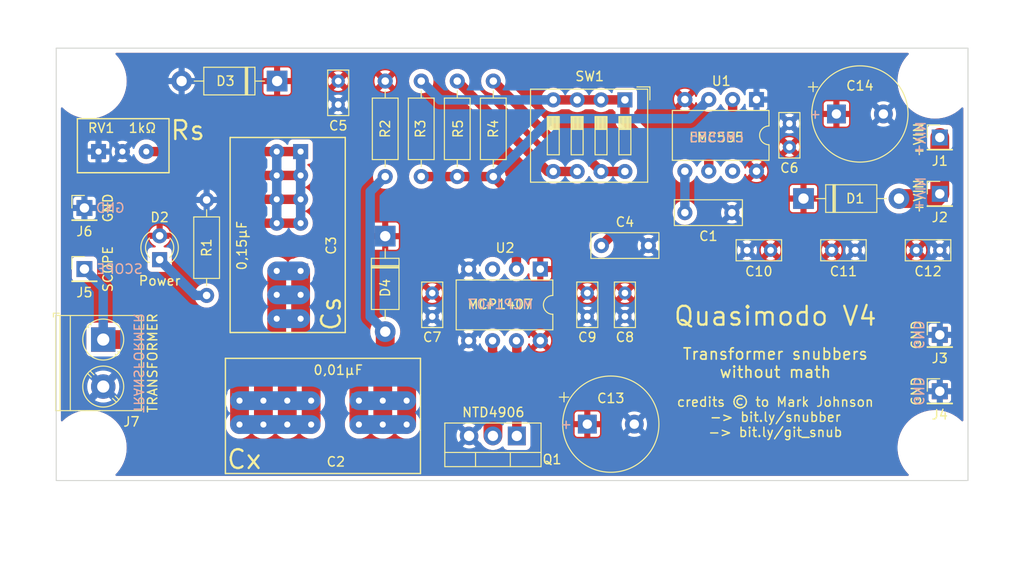
<source format=kicad_pcb>
(kicad_pcb (version 20211014) (generator pcbnew)
  (title_block (title "Quasimodo V4 (THT-Version)"))
  (layers (0 "F.Cu" signal) (31 "B.Cu" signal) (34 "B.Paste" user) (35 "F.Paste" user) (36 "B.SilkS" user "B.Silkscreen") (37 "F.SilkS" user "F.Silkscreen") (38 "B.Mask" user) (39 "F.Mask" user) (44 "Edge.Cuts" user))
  (net 0 "")
  (net 1 "Net-(C1-Pad1)")
  (net 2 "GND")
  (net 3 "/RC_NODE")
  (net 4 "VCC")
  (net 5 "/+Vin")
  (net 6 "Net-(D2-Pad1)")
  (net 7 "/DRAIN")
  (net 8 "/TRAFO")
  (net 9 "/FETGATE")
  (net 10 "/OSC")
  (net 11 "Net-(R4-Pad2)")
  (net 12 "Net-(R5-Pad1)")
  (net 15 "Rs_Cs")
  (footprint "analoghifi:Preci-Dip_2x04_P2.54mm_Vertical_no_silk" (layer "F.Cu") (at 90 90)
    (fp_text reference "Cs_2" hide)
    (fp_text value "Preci-Dip_2x04_P2.54mm_Vertical_no_silk")
    (pad "1" thru_hole rect (at 0 0) (size 1.6 1.6) (drill 0.65) (layers *.Cu *.Mask) (net 15 "Rs_Cs"))
    (pad "2" thru_hole oval (at -2.54 0) (size 1.6 1.6) (drill 0.65) (layers *.Cu *.Mask) (net 15 "Rs_Cs"))
    (pad "3" thru_hole oval (at 0 2.54) (size 1.6 1.6) (drill 0.65) (layers *.Cu *.Mask) (net 15 "Rs_Cs"))
    (pad "4" thru_hole oval (at -2.54 2.54) (size 1.6 1.6) (drill 0.65) (layers *.Cu *.Mask) (net 15 "Rs_Cs"))
    (pad "5" thru_hole oval (at 0 5.08) (size 1.6 1.6) (drill 0.65) (layers *.Cu *.Mask) (net 15 "Rs_Cs"))
    (pad "6" thru_hole oval (at -2.54 5.08) (size 1.6 1.6) (drill 0.65) (layers *.Cu *.Mask) (net 15 "Rs_Cs"))
    (pad "7" thru_hole oval (at 0 7.62) (size 1.6 1.6) (drill 0.65) (layers *.Cu *.Mask) (net 15 "Rs_Cs"))
    (pad "8" thru_hole oval (at -2.54 7.62) (size 1.6 1.6) (drill 0.65) (layers *.Cu *.Mask) (net 15 "Rs_Cs"))
  )
  (footprint "Resistor_THT:R_Axial_DIN0207_L6.3mm_D2.5mm_P10.16mm_Horizontal" (layer "F.Cu") (at 99 82.5 -90)
    (fp_text reference "R2" (at 5.08 0 90) (layer "F.SilkS"))
    (fp_text value "4.7kΩ")
    (pad "1" thru_hole circle (at 0 0 270) (size 1.6 1.6) (drill 0.8) (layers *.Cu *.Mask) (net 4 "VCC"))
    (pad "2" thru_hole oval (at 10.16 0 270) (size 1.6 1.6) (drill 0.8) (layers *.Cu *.Mask) (net 7 "/DRAIN"))
  )
  (footprint "Package_TO_SOT_THT:TO-220-3_Vertical" (layer "F.Cu") (at 113 120.25 180)
    (fp_text reference "Q1" (at -3.75 -2.5) (layer "F.SilkS"))
    (fp_text value "NTD4906")
    (pad "1" thru_hole rect (at 0 0 180) (size 1.905 2) (drill 1.1) (layers *.Cu *.Mask) (net 9 "/FETGATE"))
    (pad "2" thru_hole oval (at 2.54 0 180) (size 1.905 2) (drill 1.1) (layers *.Cu *.Mask) (net 7 "/DRAIN"))
    (pad "3" thru_hole oval (at 5.08 0 225) (size 1.905 2) (drill 1.1) (layers *.Cu *.Mask) (net 2 "GND"))
  )
  (footprint "Capacitor_THT:C_Rect_L4.6mm_W2.0mm_P2.50mm_MKS02_FKP02" (layer "F.Cu") (at 146.5 100.5)
    (fp_text reference "C11" (at 1.25 2.25) (layer "F.SilkS"))
    (fp_text value "0,1µF")
    (pad "1" thru_hole circle (at 0 0) (size 1.4 1.4) (drill 0.7) (layers *.Cu *.Mask) (net 4 "VCC"))
    (pad "2" thru_hole circle (at 2.5 0) (size 1.4 1.4) (drill 0.7) (layers *.Cu *.Mask) (net 2 "GND"))
  )
  (footprint "analoghifi:CP_Radial_D10.0mm_P5.00mm_medium_silk" (layer "F.Cu") (at 120.5 119)
    (fp_text reference "C13" (at 2.5 -2.75) (layer "F.SilkS"))
    (fp_text value "220µF")
    (pad "1" thru_hole rect (at 0 0) (size 2 2) (drill 1) (layers *.Cu *.Mask) (net 4 "VCC"))
    (pad "2" thru_hole circle (at 5 0) (size 2 2) (drill 1) (layers *.Cu *.Mask) (net 2 "GND"))
  )
  (footprint "Capacitor_THT:C_Rect_L4.6mm_W2.0mm_P2.50mm_MKS02_FKP02" (layer "F.Cu") (at 104 105.05 -90)
    (fp_text reference "C7" (at 4.7 0 180) (layer "F.SilkS"))
    (fp_text value "0,1µF")
    (pad "1" thru_hole circle (at 0 0 270) (size 1.4 1.4) (drill 0.7) (layers *.Cu *.Mask) (net 4 "VCC"))
    (pad "2" thru_hole circle (at 2.5 0 270) (size 1.4 1.4) (drill 0.7) (layers *.Cu *.Mask) (net 2 "GND"))
  )
  (footprint "Connector_PinHeader_2.54mm:PinHeader_1x01_P2.54mm_Vertical" (layer "F.Cu") (at 67 96)
    (fp_text reference "J6" (at 0 2.5) (layer "F.SilkS"))
    (fp_text value "scope GND")
    (pad "1" thru_hole rect (at 0 0) (size 1.7 1.7) (drill 1) (layers *.Cu *.Mask) (net 2 "GND"))
  )
  (footprint "Capacitor_THT:C_Rect_L7.0mm_W2.5mm_P5.00mm" (layer "F.Cu") (at 122 100)
    (fp_text reference "C4" (at 2.5 -2.5) (layer "F.SilkS"))
    (fp_text value "0,15µF")
    (pad "1" thru_hole circle (at 0 0) (size 1.6 1.6) (drill 0.8) (layers *.Cu *.Mask) (net 3 "/RC_NODE"))
    (pad "2" thru_hole circle (at 5 0) (size 1.6 1.6) (drill 0.8) (layers *.Cu *.Mask) (net 2 "GND"))
  )
  (footprint "analoghifi:Preci-Dip_2x03_P2.54mm_Vertical_no_silk" (layer "F.Cu") (at 90 102.7)
    (fp_text reference "Cs_1" hide)
    (fp_text value "Preci-Dip_2x03_P2.54mm_Vertical_no_silk")
    (pad "1" thru_hole rect (at 0 0) (size 1.6 1.6) (drill 0.65) (layers *.Cu *.Mask) (net 8 "/TRAFO"))
    (pad "2" thru_hole oval (at -2.54 0) (size 1.6 1.6) (drill 0.65) (layers *.Cu *.Mask) (net 8 "/TRAFO"))
    (pad "3" thru_hole oval (at 0 2.54) (size 1.6 1.6) (drill 0.65) (layers *.Cu *.Mask) (net 8 "/TRAFO"))
    (pad "4" thru_hole oval (at -2.54 2.54) (size 1.6 1.6) (drill 0.65) (layers *.Cu *.Mask) (net 8 "/TRAFO"))
    (pad "5" thru_hole oval (at 0 5.08) (size 1.6 1.6) (drill 0.65) (layers *.Cu *.Mask) (net 8 "/TRAFO"))
    (pad "6" thru_hole oval (at -2.54 5.08) (size 1.6 1.6) (drill 0.65) (layers *.Cu *.Mask) (net 8 "/TRAFO"))
  )
  (footprint "analoghifi:CP_Radial_D10.0mm_P5.00mm_medium_silk" (layer "F.Cu") (at 147 86)
    (fp_text reference "C14" (at 2.5 -3) (layer "F.SilkS"))
    (fp_text value "220µF")
    (pad "1" thru_hole rect (at 0 0) (size 2 2) (drill 1) (layers *.Cu *.Mask) (net 4 "VCC"))
    (pad "2" thru_hole circle (at 5 0) (size 2 2) (drill 1) (layers *.Cu *.Mask) (net 2 "GND"))
  )
  (footprint "analoghifi:LED_D3.0mm" (layer "F.Cu") (at 75 101.5 90)
    (fp_text reference "D2" (at 4.5 0 180) (layer "F.SilkS"))
    (fp_text value "LED 3mm green")
    (pad "1" thru_hole rect (at 0 0 90) (size 1.6 1.6) (drill 0.8) (layers *.Cu *.Mask) (net 6 "Net-(D2-Pad1)"))
    (pad "2" thru_hole oval (at 2.54 0 90) (size 1.6 1.6) (drill 0.8) (layers *.Cu *.Mask) (net 4 "VCC"))
  )
  (footprint "MountingHole:MountingHole_3.2mm_M3" (layer "F.Cu") (at 67.5 82.5)
    (fp_text reference "REF**" hide)
    (fp_text value "MountingHole_3.2mm_M3")
    (pad "" np_thru_hole circle locked (at 0 0) (size 3.2 3.2) (drill 3.2) (layers *.Cu *.Mask))
  )
  (footprint "Capacitor_THT:C_Rect_L4.6mm_W2.0mm_P2.50mm_MKS02_FKP02" (layer "F.Cu") (at 124.5 105.05 -90)
    (fp_text reference "C8" (at 4.7 0 180) (layer "F.SilkS"))
    (fp_text value "0,1µF")
    (pad "1" thru_hole circle (at 0 0 270) (size 1.4 1.4) (drill 0.7) (layers *.Cu *.Mask) (net 4 "VCC"))
    (pad "2" thru_hole circle (at 2.5 0 270) (size 1.4 1.4) (drill 0.7) (layers *.Cu *.Mask) (net 2 "GND"))
  )
  (footprint "Connector_PinHeader_2.54mm:PinHeader_1x01_P2.54mm_Vertical" (layer "F.Cu") (at 158 88.5)
    (fp_text reference "J1" (at 0 2.5) (layer "F.SilkS"))
    (fp_text value "+Vin")
    (pad "1" thru_hole rect (at 0 0) (size 1.7 1.7) (drill 1) (layers *.Cu *.Mask) (net 5 "/+Vin"))
  )
  (footprint "Connector_PinHeader_2.54mm:PinHeader_1x01_P2.54mm_Vertical" (layer "F.Cu") (at 158 109.5)
    (fp_text reference "J3" (at 0 2.5) (layer "F.SilkS"))
    (fp_text value "GND")
    (pad "1" thru_hole rect (at 0 0) (size 1.7 1.7) (drill 1) (layers *.Cu *.Mask) (net 2 "GND"))
  )
  (footprint "MountingHole:MountingHole_3.2mm_M3" (layer "F.Cu") (at 157.5 121.5)
    (fp_text reference "REF**" hide)
    (fp_text value "MountingHole_3.2mm_M3")
    (pad "" np_thru_hole circle locked (at 0 0) (size 3.2 3.2) (drill 3.2) (layers *.Cu *.Mask))
  )
  (footprint "Resistor_THT:R_Axial_DIN0207_L6.3mm_D2.5mm_P10.16mm_Horizontal" (layer "F.Cu") (at 80 105.305 90)
    (fp_text reference "R1" (at 5.08 0 90) (layer "F.SilkS"))
    (fp_text value "820Ω")
    (pad "1" thru_hole circle (at 0 0 90) (size 1.6 1.6) (drill 0.8) (layers *.Cu *.Mask) (net 6 "Net-(D2-Pad1)"))
    (pad "2" thru_hole oval (at 10.16 0 90) (size 1.6 1.6) (drill 0.8) (layers *.Cu *.Mask) (net 2 "GND"))
  )
  (footprint "Resistor_THT:R_Axial_DIN0207_L6.3mm_D2.5mm_P10.16mm_Horizontal" (layer "F.Cu") (at 106.666666 82.5 -90)
    (fp_text reference "R5" (at 5.08 -0.083334 90) (layer "F.SilkS"))
    (fp_text value "2.0kΩ")
    (pad "1" thru_hole circle (at 0 0 270) (size 1.6 1.6) (drill 0.8) (layers *.Cu *.Mask) (net 12 "Net-(R5-Pad1)"))
    (pad "2" thru_hole oval (at 10.16 0 270) (size 1.6 1.6) (drill 0.8) (layers *.Cu *.Mask) (net 10 "/OSC"))
  )
  (footprint "TerminalBlock_Phoenix:TerminalBlock_Phoenix_PT-1,5-2-5.0-H_1x02_P5.00mm_Horizontal" (layer "F.Cu") (at 69 110 -90)
    (fp_text reference "J7" (at 8.75 -3) (layer "F.SilkS"))
    (fp_text value "Screw_Terminal_01x02")
    (pad "1" thru_hole rect (at 0 0 270) (size 2.6 2.6) (drill 1.3) (layers *.Cu *.Mask) (net 8 "/TRAFO"))
    (pad "2" thru_hole circle (at 5 0 270) (size 2.6 2.6) (drill 1.3) (layers *.Cu *.Mask) (net 2 "GND") (thermal_gap 0.4))
  )
  (footprint "Capacitor_THT:C_Rect_L4.6mm_W2.0mm_P2.50mm_MKS02_FKP02" (layer "F.Cu") (at 142 89.5175 90)
    (fp_text reference "C6" (at -2.2325 0 180) (layer "F.SilkS"))
    (fp_text value "0,1µF")
    (pad "1" thru_hole circle (at 0 0 90) (size 1.4 1.4) (drill 0.7) (layers *.Cu *.Mask) (net 4 "VCC"))
    (pad "2" thru_hole circle (at 2.5 0 90) (size 1.4 1.4) (drill 0.7) (layers *.Cu *.Mask) (net 2 "GND"))
  )
  (footprint "Capacitor_THT:C_Rect_L4.6mm_W2.0mm_P2.50mm_MKS02_FKP02" (layer "F.Cu") (at 155.5 100.5)
    (fp_text reference "C12" (at 1.25 2.25) (layer "F.SilkS"))
    (fp_text value "0,1µF")
    (pad "1" thru_hole circle (at 0 0) (size 1.4 1.4) (drill 0.7) (layers *.Cu *.Mask) (net 4 "VCC"))
    (pad "2" thru_hole circle (at 2.5 0) (size 1.4 1.4) (drill 0.7) (layers *.Cu *.Mask) (net 2 "GND"))
  )
  (footprint "MountingHole:MountingHole_3.2mm_M3" (layer "F.Cu") (at 67.5 121.5)
    (fp_text reference "REF**" hide)
    (fp_text value "MountingHole_3.2mm_M3")
    (pad "" np_thru_hole circle locked (at 0 0) (size 3.2 3.2) (drill 3.2) (layers *.Cu *.Mask))
  )
  (footprint "Diode_THT:D_DO-41_SOD81_P10.16mm_Horizontal" (layer "F.Cu") (at 143.5 95)
    (fp_text reference "D1" (at 5.5 0) (layer "F.SilkS"))
    (fp_text value "1N5819")
    (pad "1" thru_hole rect (at 0 0) (size 2.2 2.2) (drill 1.1) (layers *.Cu *.Mask) (net 4 "VCC"))
    (pad "2" thru_hole oval (at 10.16 0) (size 2.2 2.2) (drill 1.1) (layers *.Cu *.Mask) (net 5 "/+Vin"))
  )
  (footprint "Diode_THT:D_DO-41_SOD81_P10.16mm_Horizontal" (layer "F.Cu") (at 99 99 -90)
    (fp_text reference "D4" (at 5.5 0 -90) (layer "F.SilkS"))
    (fp_text value "1N5819")
    (pad "1" thru_hole rect (at 0 0 270) (size 2.2 2.2) (drill 1.1) (layers *.Cu *.Mask) (net 4 "VCC"))
    (pad "2" thru_hole oval (at 10.16 0 270) (size 2.2 2.2) (drill 1.1) (layers *.Cu *.Mask) (net 7 "/DRAIN"))
  )
  (footprint "Resistor_THT:R_Axial_DIN0207_L6.3mm_D2.5mm_P10.16mm_Horizontal" (layer "F.Cu") (at 102.833333 92.66 90)
    (fp_text reference "R3" (at 5.08 -0.083333 90) (layer "F.SilkS"))
    (fp_text value "39kΩ")
    (pad "1" thru_hole circle (at 0 0 90) (size 1.6 1.6) (drill 0.8) (layers *.Cu *.Mask) (net 10 "/OSC"))
    (pad "2" thru_hole oval (at 10.16 0 90) (size 1.6 1.6) (drill 0.8) (layers *.Cu *.Mask) (net 3 "/RC_NODE"))
  )
  (footprint "Diode_THT:D_DO-41_SOD81_P10.16mm_Horizontal" (layer "F.Cu") (at 87.5 82.5 180)
    (fp_text reference "D3" (at 5.5 0 180) (layer "F.SilkS"))
    (fp_text value "1N5819")
    (pad "1" thru_hole rect (at 0 0 180) (size 2.2 2.2) (drill 1.1) (layers *.Cu *.Mask) (net 4 "VCC"))
    (pad "2" thru_hole oval (at 10.16 0 180) (size 2.2 2.2) (drill 1.1) (layers *.Cu *.Mask) (net 2 "GND"))
  )
  (footprint "Button_Switch_THT:SW_DIP_SPSTx04_Slide_9.78x12.34mm_W7.62mm_P2.54mm" (layer "F.Cu") (at 124.5 84.5 -90)
    (fp_text reference "SW1" (at -2.5 3.75 180) (layer "F.SilkS"))
    (fp_text value "SW_DIP_x04")
    (pad "1" thru_hole rect (at 0 0 270) (size 1.6 1.6) (drill 0.8) (layers *.Cu *.Mask) (net 3 "/RC_NODE"))
    (pad "2" thru_hole oval (at 0 2.54 270) (size 1.6 1.6) (drill 0.8) (layers *.Cu *.Mask) (net 3 "/RC_NODE"))
    (pad "3" thru_hole oval (at 0 5.08 270) (size 1.6 1.6) (drill 0.8) (layers *.Cu *.Mask) (net 3 "/RC_NODE"))
    (pad "4" thru_hole oval (at 0 7.62 270) (size 1.6 1.6) (drill 0.8) (layers *.Cu *.Mask) (net 3 "/RC_NODE"))
    (pad "5" thru_hole oval (at 7.62 7.62 270) (size 1.6 1.6) (drill 0.8) (layers *.Cu *.Mask) (net 12 "Net-(R5-Pad1)"))
    (pad "6" thru_hole oval (at 7.62 5.08 270) (size 1.6 1.6) (drill 0.8) (layers *.Cu *.Mask) (net 12 "Net-(R5-Pad1)"))
    (pad "7" thru_hole oval (at 7.62 2.54 270) (size 1.6 1.6) (drill 0.8) (layers *.Cu *.Mask) (net 11 "Net-(R4-Pad2)"))
    (pad "8" thru_hole oval (at 7.62 0 270) (size 1.6 1.6) (drill 0.8) (layers *.Cu *.Mask) (net 11 "Net-(R4-Pad2)"))
  )
  (footprint "MountingHole:MountingHole_3.2mm_M3" (layer "F.Cu") (at 157.5 82.5)
    (fp_text reference "REF**" hide)
    (fp_text value "MountingHole_3.2mm_M3")
    (pad "" np_thru_hole circle locked (at 0 0) (size 3.2 3.2) (drill 3.2) (layers *.Cu *.Mask))
  )
  (footprint "analoghifi:Preci-Dip_2x03_P2.54mm_Vertical_no_silk" (layer "F.Cu") (at 96.2 116.5 90)
    (fp_text reference "Cx_1" hide)
    (fp_text value "Preci-Dip_2x03_P2.54mm_Vertical_no_silk")
    (pad "1" thru_hole rect (at 0 0 90) (size 1.6 1.6) (drill 0.65) (layers *.Cu *.Mask) (net 7 "/DRAIN"))
    (pad "2" thru_hole oval (at -2.54 0 90) (size 1.6 1.6) (drill 0.65) (layers *.Cu *.Mask) (net 7 "/DRAIN"))
    (pad "3" thru_hole oval (at 0 2.54 90) (size 1.6 1.6) (drill 0.65) (layers *.Cu *.Mask) (net 7 "/DRAIN"))
    (pad "4" thru_hole oval (at -2.54 2.54 90) (size 1.6 1.6) (drill 0.65) (layers *.Cu *.Mask) (net 7 "/DRAIN"))
    (pad "5" thru_hole oval (at 0 5.08 90) (size 1.6 1.6) (drill 0.65) (layers *.Cu *.Mask) (net 7 "/DRAIN"))
    (pad "6" thru_hole oval (at -2.54 5.08 90) (size 1.6 1.6) (drill 0.65) (layers *.Cu *.Mask) (net 7 "/DRAIN"))
  )
  (footprint "Package_DIP:DIP-8_W7.62mm" (layer "F.Cu") (at 115.5 102.5 -90)
    (fp_text reference "U2" (at -2.25 3.75 180) (layer "F.SilkS"))
    (fp_text value "MCP1407")
    (pad "1" thru_hole rect (at 0 0 270) (size 1.6 1.6) (drill 0.8) (layers *.Cu *.Mask) (net 4 "VCC"))
    (pad "2" thru_hole oval (at 0 2.54 270) (size 1.6 1.6) (drill 0.8) (layers *.Cu *.Mask) (net 10 "/OSC"))
    (pad "3" thru_hole oval (at 0 5.08 270) (size 1.6 1.6) (drill 0.8) (layers *.Cu *.Mask))
    (pad "4" thru_hole oval (at 0 7.62 315) (size 1.6 1.6) (drill 0.8) (layers *.Cu *.Mask) (net 2 "GND"))
    (pad "5" thru_hole oval (at 7.62 7.62 315) (size 1.6 1.6) (drill 0.8) (layers *.Cu *.Mask) (net 2 "GND"))
    (pad "6" thru_hole oval (at 7.62 5.08 270) (size 1.6 1.6) (drill 0.8) (layers *.Cu *.Mask) (net 9 "/FETGATE"))
    (pad "7" thru_hole oval (at 7.62 2.54 270) (size 1.6 1.6) (drill 0.8) (layers *.Cu *.Mask) (net 9 "/FETGATE"))
    (pad "8" thru_hole oval (at 7.62 0 315) (size 1.6 1.6) (drill 0.8) (layers *.Cu *.Mask) (net 4 "VCC"))
  )
  (footprint "analoghifi:Preci-Dip_2x04_P2.54mm_Vertical_no_silk" (layer "F.Cu") (at 83.5 116.5 90)
    (fp_text reference "Cx_2" hide)
    (fp_text value "Preci-Dip_2x04_P2.54mm_Vertical_no_silk")
    (pad "1" thru_hole rect (at 0 0 90) (size 1.6 1.6) (drill 0.65) (layers *.Cu *.Mask) (net 8 "/TRAFO"))
    (pad "2" thru_hole oval (at -2.54 0 90) (size 1.6 1.6) (drill 0.65) (layers *.Cu *.Mask) (net 8 "/TRAFO"))
    (pad "3" thru_hole oval (at 0 2.54 90) (size 1.6 1.6) (drill 0.65) (layers *.Cu *.Mask) (net 8 "/TRAFO"))
    (pad "4" thru_hole oval (at -2.54 2.54 90) (size 1.6 1.6) (drill 0.65) (layers *.Cu *.Mask) (net 8 "/TRAFO"))
    (pad "5" thru_hole oval (at 0 5.08 90) (size 1.6 1.6) (drill 0.65) (layers *.Cu *.Mask) (net 8 "/TRAFO"))
    (pad "6" thru_hole oval (at -2.54 5.08 90) (size 1.6 1.6) (drill 0.65) (layers *.Cu *.Mask) (net 8 "/TRAFO"))
    (pad "7" thru_hole oval (at 0 7.62 90) (size 1.6 1.6) (drill 0.65) (layers *.Cu *.Mask) (net 8 "/TRAFO"))
    (pad "8" thru_hole oval (at -2.54 7.62 90) (size 1.6 1.6) (drill 0.65) (layers *.Cu *.Mask) (net 8 "/TRAFO"))
  )
  (footprint "Capacitor_THT:C_Rect_L7.0mm_W2.5mm_P5.00mm" (layer "F.Cu") (at 130.88 96.5)
    (fp_text reference "C1" (at 2.5 2.5) (layer "F.SilkS"))
    (fp_text value "1nF")
    (pad "1" thru_hole circle (at 0 0) (size 1.6 1.6) (drill 0.8) (layers *.Cu *.Mask) (net 1 "Net-(C1-Pad1)"))
    (pad "2" thru_hole circle (at 5 0) (size 1.6 1.6) (drill 0.8) (layers *.Cu *.Mask) (net 2 "GND"))
  )
  (footprint "Capacitor_THT:C_Rect_L4.6mm_W2.0mm_P2.50mm_MKS02_FKP02" (layer "F.Cu") (at 94 82.5 -90)
    (fp_text reference "C5" (at 4.75 0 180) (layer "F.SilkS"))
    (fp_text value "0,1µF")
    (pad "1" thru_hole circle (at 0 0 270) (size 1.4 1.4) (drill 0.7) (layers *.Cu *.Mask) (net 4 "VCC"))
    (pad "2" thru_hole circle (at 2.5 0 270) (size 1.4 1.4) (drill 0.7) (layers *.Cu *.Mask) (net 2 "GND"))
  )
  (footprint "Connector_PinHeader_2.54mm:PinHeader_1x01_P2.54mm_Vertical" (layer "F.Cu") (at 158 94.5)
    (fp_text reference "J2" (at 0 2.5) (layer "F.SilkS"))
    (fp_text value "+Vin")
    (pad "1" thru_hole rect (at 0 0) (size 1.7 1.7) (drill 1) (layers *.Cu *.Mask) (net 5 "/+Vin"))
  )
  (footprint "Connector_PinHeader_2.54mm:PinHeader_1x01_P2.54mm_Vertical" (layer "F.Cu") (at 67 102.5)
    (fp_text reference "J5" (at 0 2.5) (layer "F.SilkS"))
    (fp_text value "scope")
    (pad "1" thru_hole rect (at 0 0) (size 1.7 1.7) (drill 1) (layers *.Cu *.Mask) (net 8 "/TRAFO"))
  )
  (footprint "Resistor_THT:R_Axial_DIN0207_L6.3mm_D2.5mm_P10.16mm_Horizontal" (layer "F.Cu") (at 110.5 92.66 90)
    (fp_text reference "R4" (at 5.08 0 90) (layer "F.SilkS"))
    (fp_text value "10kΩ")
    (pad "1" thru_hole circle (at 0 0 90) (size 1.6 1.6) (drill 0.8) (layers *.Cu *.Mask) (net 10 "/OSC"))
    (pad "2" thru_hole oval (at 10.16 0 90) (size 1.6 1.6) (drill 0.8) (layers *.Cu *.Mask) (net 11 "Net-(R4-Pad2)"))
  )
  (footprint "Capacitor_THT:C_Rect_L4.6mm_W2.0mm_P2.50mm_MKS02_FKP02" (layer "F.Cu") (at 120.5 105.05 -90)
    (fp_text reference "C9" (at 4.7 0 180) (layer "F.SilkS"))
    (fp_text value "0,1µF")
    (pad "1" thru_hole circle (at 0 0 270) (size 1.4 1.4) (drill 0.7) (layers *.Cu *.Mask) (net 4 "VCC"))
    (pad "2" thru_hole circle (at 2.5 0 270) (size 1.4 1.4) (drill 0.7) (layers *.Cu *.Mask) (net 2 "GND"))
  )
  (footprint "Connector_PinHeader_2.54mm:PinHeader_1x01_P2.54mm_Vertical" (layer "F.Cu") (at 158 115.5)
    (fp_text reference "J4" (at 0 2.5) (layer "F.SilkS"))
    (fp_text value "GND")
    (pad "1" thru_hole rect (at 0 0) (size 1.7 1.7) (drill 1) (layers *.Cu *.Mask) (net 2 "GND"))
  )
  (footprint "Capacitor_THT:C_Rect_L4.6mm_W2.0mm_P2.50mm_MKS02_FKP02" (layer "F.Cu") (at 140 100.5 180)
    (fp_text reference "C10" (at 1.25 -2.25) (layer "F.SilkS"))
    (fp_text value "0,1µF")
    (pad "1" thru_hole circle (at 0 0 180) (size 1.4 1.4) (drill 0.7) (layers *.Cu *.Mask) (net 4 "VCC"))
    (pad "2" thru_hole circle (at 2.5 0 180) (size 1.4 1.4) (drill 0.7) (layers *.Cu *.Mask) (net 2 "GND"))
  )
  (footprint "Package_DIP:DIP-8_W7.62mm" (layer "F.Cu") (at 138.5 84.4675 -90)
    (fp_text reference "U1" (at -1.9675 3.75 180) (layer "F.SilkS"))
    (fp_text value "LMC555")
    (pad "1" thru_hole rect (at 0 0 270) (size 1.6 1.6) (drill 0.8) (layers *.Cu *.Mask) (net 2 "GND"))
    (pad "2" thru_hole oval (at 0 2.54 270) (size 1.6 1.6) (drill 0.8) (layers *.Cu *.Mask) (net 3 "/RC_NODE"))
    (pad "3" thru_hole oval (at 0 5.08 270) (size 1.6 1.6) (drill 0.8) (layers *.Cu *.Mask) (net 10 "/OSC"))
    (pad "4" thru_hole oval (at 0 7.62 315) (size 1.6 1.6) (drill 0.8) (layers *.Cu *.Mask) (net 4 "VCC"))
    (pad "5" thru_hole oval (at 7.62 7.62 270) (size 1.6 1.6) (drill 0.8) (layers *.Cu *.Mask) (net 1 "Net-(C1-Pad1)"))
    (pad "6" thru_hole oval (at 7.62 5.08 270) (size 1.6 1.6) (drill 0.8) (layers *.Cu *.Mask) (net 3 "/RC_NODE"))
    (pad "7" thru_hole oval (at 7.62 2.54 270) (size 1.6 1.6) (drill 0.8) (layers *.Cu *.Mask))
    (pad "8" thru_hole oval (at 7.62 0 315) (size 1.6 1.6) (drill 0.8) (layers *.Cu *.Mask) (net 4 "VCC"))
  )
  (footprint "analoghifi:Preci-Dip_1x03_P2.54mm_Vertical_no_silk" (layer "F.Cu") (at 68.5 90 90)
    (fp_text reference "Rs" hide)
    (fp_text value "Preci-Dip_1x03_P2.54mm_Vertical_no_silk")
    (pad "1" thru_hole rect (at 0 0 90) (size 1.6 1.6) (drill 0.65) (layers *.Cu *.Mask) (net 2 "GND"))
    (pad "2" thru_hole oval (at 0 2.54 135) (size 1.6 1.6) (drill 0.65) (layers *.Cu *.Mask) (net 2 "GND"))
    (pad "3" thru_hole oval (at 0 5.08 90) (size 1.6 1.6) (drill 0.65) (layers *.Cu *.Mask) (net 15 "Rs_Cs"))
  )
  (gr_line (start 76 92.25) (end 76 86.5) (layer "F.SilkS") (width 0.15))
  (gr_line (start 82 124.25) (end 102.75 124.25) (layer "F.SilkS") (width 0.15))
  (gr_line (start 102.75 124.25) (end 102.75 112) (layer "F.SilkS") (width 0.15))
  (gr_line (start 82.5 88.5) (end 82.5 109.25) (layer "F.SilkS") (width 0.15))
  (gr_line (start 94.75 109.25) (end 94.75 88.5) (layer "F.SilkS") (width 0.15))
  (gr_line (start 66.25 86.5) (end 66.25 92.25) (layer "F.SilkS") (width 0.15))
  (gr_line (start 94.75 88.5) (end 82.5 88.5) (layer "F.SilkS") (width 0.15))
  (gr_line (start 66.25 92.25) (end 76 92.25) (layer "F.SilkS") (width 0.15))
  (gr_line (start 82.5 109.25) (end 94.75 109.25) (layer "F.SilkS") (width 0.15))
  (gr_line (start 76 86.5) (end 66.25 86.5) (layer "F.SilkS") (width 0.15))
  (gr_line (start 102.75 112) (end 82 112) (layer "F.SilkS") (width 0.15))
  (gr_line (start 82 112) (end 82 124.25) (layer "F.SilkS") (width 0.15))
  (gr_line (start 64 79) (end 64 125) (layer "Edge.Cuts") (width 0.1))
  (gr_line (start 161 79) (end 64 79) (layer "Edge.Cuts") (width 0.1))
  (gr_line (start 64 125) (end 161 125) (layer "Edge.Cuts") (width 0.1))
  (gr_line (start 161 125) (end 161 79) (layer "Edge.Cuts") (width 0.1))
  (gr_text "GND" (at 155.75 115.5 270) (layer "B.SilkS") (effects (font (size 1 1)) (justify mirror)))
  (gr_text "GND" (at 69.75 96) (layer "B.SilkS") (effects (font (size 1 1)) (justify mirror)))
  (gr_text "+" (at 144.75 86) (layer "B.SilkS") (effects (font (size 1 1)) (justify mirror)))
  (gr_text "+" (at 118.25 119) (layer "B.SilkS") (effects (font (size 1 1)) (justify mirror)))
  (gr_text "LMC555" (at 134.25 88.5) (layer "B.SilkS") (effects (font (size 1 1)) (justify mirror)))
  (gr_text "+VIN" (at 155.9 88.6 270) (layer "B.SilkS") (effects (font (size 1 1)) (justify mirror)))
  (gr_text "TRANSFORMER" (at 72.75 112.5 270) (layer "B.SilkS") (effects (font (size 1 1)) (justify mirror)))
  (gr_text "MCP1407" (at 111.25 106.25) (layer "B.SilkS") (effects (font (size 1 1)) (justify mirror)))
  (gr_text "GND" (at 155.75 109.5 270) (layer "B.SilkS") (effects (font (size 1 1)) (justify mirror)))
  (gr_text "+VIN" (at 155.9 94.5 270) (layer "B.SilkS") (effects (font (size 1 1)) (justify mirror)))
  (gr_text "SCOPE" (at 70.75 102.5) (layer "B.SilkS") (effects (font (size 1 1)) (justify mirror)))
  (gr_text "LMC555" (at 134.25 88.5) (layer "F.SilkS") (effects (font (size 1 1))))
  (gr_text "Cx" (at 84 122.75) (layer "F.SilkS") (effects (font (size 2 2) (thickness 0.25))))
  (gr_text "Quasimodo V4" (at 140.5 107.5) (layer "F.SilkS") (effects (font (size 2 2) (thickness 0.25))))
  (gr_text "NTD4906" (at 110.5 117.75) (layer "F.SilkS") (effects (font (size 1 1))))
  (gr_text "C3" (at 93.25 100 90) (layer "F.SilkS") (effects (font (size 1 1))))
  (gr_text "GND" (at 69.5 96 90) (layer "F.SilkS") (effects (font (size 1 1))))
  (gr_text "Rs" (at 78 87.75) (layer "F.SilkS") (effects (font (size 2 2) (thickness 0.25))))
  (gr_text "0,01µF" (at 94 113.25) (layer "F.SilkS") (effects (font (size 1 1))))
  (gr_text "+VIN" (at 155.75 88.75 90) (layer "F.SilkS") (effects (font (size 1 1))))
  (gr_text "RV1  1kΩ" (at 71 87.5) (layer "F.SilkS") (effects (font (size 1 1))))
  (gr_text "GND" (at 155.5 109.5 90) (layer "F.SilkS") (effects (font (size 1 1))))
  (gr_text "GND" (at 155.5 115.5 90) (layer "F.SilkS") (effects (font (size 1 1))))
  (gr_text "TRANSFORMER" (at 74.25 112.5 90) (layer "F.SilkS") (effects (font (size 1 1))))
  (gr_text "C2" (at 93.75 123) (layer "F.SilkS") (effects (font (size 1 1))))
  (gr_text "SCOPE\n" (at 69.5 102.5 90) (layer "F.SilkS") (effects (font (size 1 1))))
  (gr_text "Cs" (at 93.25 107.25 90) (layer "F.SilkS") (effects (font (size 2 2) (thickness 0.25))))
  (gr_text "credits © to Mark Johnson\n-> bit.ly/snubber\n-> bit.ly/git_snub" (at 140.5 118.25) (layer "F.SilkS") (effects (font (size 1 1))))
  (gr_text "MCP1407" (at 111.25 106.25) (layer "F.SilkS") (effects (font (size 1 1))))
  (gr_text "0,15µF" (at 83.75 100 90) (layer "F.SilkS") (effects (font (size 1 1))))
  (gr_text "+VIN" (at 155.75 94.75 90) (layer "F.SilkS") (effects (font (size 1 1))))
  (gr_text "Power" (at 75 103.75) (layer "F.SilkS") (effects (font (size 1 1))))
  (gr_text "Transformer snubbers\nwithout math" (at 140.5 112.5) (layer "F.SilkS") (effects (font (size 1.2 1.2) (thickness 0.175))))
  (segment (start 130.88 92.0875) (end 130.88 96.5) (width 1) (layer "B.Cu") (net 1))
  (segment (start 124.5 84.5) (end 124.5 86.75) (width 1) (layer "F.Cu") (net 3))
  (segment (start 135.96 86.79) (end 133.42 89.33) (width 1) (layer "F.Cu") (net 3))
  (segment (start 124.5 86.75) (end 127 89.25) (width 1) (layer "F.Cu") (net 3))
  (segment (start 133.42 89.33) (end 127.08 89.33) (width 1) (layer "F.Cu") (net 3))
  (segment (start 119.42 84.5) (end 121.96 84.5) (width 1) (layer "F.Cu") (net 3))
  (segment (start 133.42 89.33) (end 133.42 92.0875) (width 1) (layer "F.Cu") (net 3))
  (segment (start 116.88 84.5) (end 119.42 84.5) (width 1) (layer "F.Cu") (net 3))
  (segment (start 135.96 84.4675) (end 135.96 86.79) (width 1) (layer "F.Cu") (net 3))
  (segment (start 127 95) (end 122 100) (width 1) (layer "F.Cu") (net 3))
  (segment (start 127.08 89.33) (end 127 89.25) (width 1) (layer "F.Cu") (net 3))
  (segment (start 121.96 84.5) (end 124.5 84.5) (width 1) (layer "F.Cu") (net 3))
  (segment (start 127 89.25) (end 127 95) (width 1) (layer "F.Cu") (net 3))
  (segment (start 116.88 84.5) (end 104.833333 84.5) (width 1) (layer "B.Cu") (net 3))
  (segment (start 104.833333 84.5) (end 102.833333 82.5) (width 1) (layer "B.Cu") (net 3))
  (segment (start 153.66 95) (end 157.5 95) (width 2) (layer "F.Cu") (net 5))
  (segment (start 158 88.5) (end 158 94.5) (width 2) (layer "F.Cu") (net 5))
  (segment (start 157.5 95) (end 158 94.5) (width 2) (layer "F.Cu") (net 5))
  (segment (start 75 101.5) (end 78.805 105.305) (width 1) (layer "B.Cu") (net 6))
  (segment (start 78.805 105.305) (end 80 105.305) (width 1) (layer "B.Cu") (net 6))
  (segment (start 99 112.75) (end 98.75 113) (width 2) (layer "F.Cu") (net 7))
  (segment (start 107 117) (end 110.46 117) (width 2) (layer "F.Cu") (net 7))
  (segment (start 98.75 113) (end 101.28 113) (width 2) (layer "F.Cu") (net 7))
  (segment (start 96.2 113) (end 98.75 113) (width 2) (layer "F.Cu") (net 7))
  (segment (start 101.28 113) (end 101.28 116.5) (width 2) (layer "F.Cu") (net 7))
  (segment (start 98.74 113.01) (end 98.75 113) (width 2) (layer "F.Cu") (net 7))
  (segment (start 98.74 116.5) (end 98.74 113.01) (width 2) (layer "F.Cu") (net 7))
  (segment (start 103 113) (end 107 117) (width 2) (layer "F.Cu") (net 7))
  (segment (start 101.28 116.5) (end 101.28 119.04) (width 2) (layer "F.Cu") (net 7))
  (segment (start 96.2 116.5) (end 96.2 119.04) (width 2) (layer "F.Cu") (net 7))
  (segment (start 96.2 116.5) (end 96.2 113) (width 2) (layer "F.Cu") (net 7))
  (segment (start 101.28 113) (end 103 113) (width 2) (layer "F.Cu") (net 7))
  (segment (start 110.46 117) (end 110.46 120.25) (width 2) (layer "F.Cu") (net 7))
  (segment (start 98.74 116.5) (end 98.74 119.04) (width 2) (layer "F.Cu") (net 7))
  (segment (start 99 109.16) (end 99 112.75) (width 2) (layer "F.Cu") (net 7))
  (segment (start 99 92.66) (end 97.400489 94.259511) (width 1) (layer "B.Cu") (net 7))
  (segment (start 101.28 119.04) (end 96.2 119.04) (width 2) (layer "B.Cu") (net 7))
  (segment (start 97.400489 107.560489) (end 99 109.16) (width 1) (layer "B.Cu") (net 7))
  (segment (start 97.400489 94.259511) (end 97.400489 107.560489) (width 1) (layer "B.Cu") (net 7))
  (segment (start 101.28 116.5) (end 96.2 116.5) (width 2) (layer "B.Cu") (net 7))
  (segment (start 91.12 116.5) (end 91.12 113) (width 2) (layer "F.Cu") (net 8))
  (segment (start 90 107.78) (end 90 113) (width 2) (layer "F.Cu") (net 8))
  (segment (start 87.46 107.78) (end 87.46 112.46) (width 2) (layer "F.Cu") (net 8))
  (segment (start 90 113) (end 88 113) (width 2) (layer "F.Cu") (net 8))
  (segment (start 87.46 105.24) (end 87.46 107.78) (width 2) (layer "F.Cu") (net 8))
  (segment (start 86.04 119.04) (end 86.04 116.5) (width 2) (layer "F.Cu") (net 8))
  (segment (start 91.12 113) (end 90 113) (width 2) (layer "F.Cu") (net 8))
  (segment (start 83.5 116.5) (end 83.5 113) (width 2) (layer "F.Cu") (net 8))
  (segment (start 88 113) (end 86.25 113) (width 2) (layer "F.Cu") (net 8))
  (segment (start 91.12 119.04) (end 91.12 116.5) (width 2) (layer "F.Cu") (net 8))
  (segment (start 87.46 102.7) (end 87.46 105.24) (width 2) (layer "F.Cu") (net 8))
  (segment (start 90 105.24) (end 90 107.78) (width 2) (layer "F.Cu") (net 8))
  (segment (start 86.04 116.5) (end 86.04 113.21) (width 2) (layer "F.Cu") (net 8))
  (segment (start 90 102.7) (end 90 105.24) (width 2) (layer "F.Cu") (net 8))
  (segment (start 76.25 113) (end 73.25 110) (width 2) (layer "F.Cu") (net 8))
  (segment (start 83.5 113) (end 76.25 113) (width 2) (layer "F.Cu") (net 8))
  (segment (start 83.5 119.04) (end 83.5 116.5) (width 2) (layer "F.Cu") (net 8))
  (segment (start 86.25 113) (end 83.5 113) (width 2) (layer "F.Cu") (net 8))
  (segment (start 88.58 116.5) (end 88.58 113.58) (width 2) (layer "F.Cu") (net 8))
  (segment (start 73.25 110) (end 69 110) (width 2) (layer "F.Cu") (net 8))
  (segment (start 88.58 119.04) (end 88.58 116.5) (width 2) (layer "F.Cu") (net 8))
  (segment (start 69 104.5) (end 69 110) (width 1) (layer "B.Cu") (net 8))
  (segment (start 90 102.7) (end 87.46 102.7) (width 2) (layer "B.Cu") (net 8))
  (segment (start 90 107.78) (end 87.46 107.78) (width 2) (layer "B.Cu") (net 8))
  (segment (start 83.5 119.04) (end 91.12 119.04) (width 2) (layer "B.Cu") (net 8))
  (segment (start 90 105.24) (end 87.46 105.24) (width 2) (layer "B.Cu") (net 8))
  (segment (start 67 102.5) (end 69 104.5) (width 1) (layer "B.Cu") (net 8))
  (segment (start 91.12 116.5) (end 83.5 116.5) (width 2) (layer "B.Cu") (net 8))
  (segment (start 110.42 111.42) (end 111.25 112.25) (width 1) (layer "F.Cu") (net 9))
  (segment (start 113 112) (end 113 110.16) (width 1) (layer "F.Cu") (net 9))
  (segment (start 110.42 110.12) (end 110.42 111.42) (width 1) (layer "F.Cu") (net 9))
  (segment (start 111.25 112.25) (end 113 112.25) (width 1) (layer "F.Cu") (net 9))
  (segment (start 113 110.16) (end 112.96 110.12) (width 1) (layer "F.Cu") (net 9))
  (segment (start 113 120.25) (end 113 112) (width 1) (layer "F.Cu") (net 9))
  (segment (start 113 112.25) (end 113 112) (width 1) (layer "F.Cu") (net 9))
  (segment (start 102.833333 92.66) (end 106.666666 92.66) (width 1) (layer "F.Cu") (net 10))
  (segment (start 106.666666 92.66) (end 110.5 92.66) (width 1) (layer "F.Cu") (net 10))
  (segment (start 110.5 92.66) (end 112.96 95.12) (width 1) (layer "F.Cu") (net 10))
  (segment (start 112.96 102.5) (end 112.96 95.12) (width 1) (layer "F.Cu") (net 10))
  (segment (start 133.42 84.4675) (end 131.3875 86.5) (width 1) (layer "B.Cu") (net 10))
  (segment (start 116.66 86.5) (end 110.5 92.66) (width 1) (layer "B.Cu") (net 10))
  (segment (start 131.3875 86.5) (end 116.66 86.5) (width 1) (layer "B.Cu") (net 10))
  (segment (start 121.96 92.12) (end 124.5 92.12) (width 1) (layer "F.Cu") (net 11))
  (segment (start 110.5 82.5) (end 117.5 89.5) (width 1) (layer "F.Cu") (net 11))
  (segment (start 117.5 89.5) (end 119.34 89.5) (width 1) (layer "F.Cu") (net 11))
  (segment (start 119.34 89.5) (end 121.96 92.12) (width 1) (layer "F.Cu") (net 11))
  (segment (start 116.286666 92.12) (end 116.88 92.12) (width 1) (layer "F.Cu") (net 12))
  (segment (start 119.42 92.12) (end 116.88 92.12) (width 1) (layer "F.Cu") (net 12))
  (segment (start 106.666666 82.5) (end 116.286666 92.12) (width 1) (layer "F.Cu") (net 12))
  (segment (start 85.25 92.5) (end 85.25 90) (width 1) (layer "F.Cu") (net 15))
  (segment (start 85.25 90) (end 87.46 90) (width 1) (layer "F.Cu") (net 15))
  (segment (start 87.46 92.54) (end 85.29 92.54) (width 1) (layer "F.Cu") (net 15))
  (segment (start 87.46 97.62) (end 85.25 97.62) (width 1) (layer "F.Cu") (net 15))
  (segment (start 90 92.54) (end 87.46 92.54) (width 1) (layer "F.Cu") (net 15))
  (segment (start 90 95.08) (end 87.46 95.08) (width 1) (layer "F.Cu") (net 15))
  (segment (start 85.25 95) (end 85.25 92.5) (width 1) (layer "F.Cu") (net 15))
  (segment (start 90 97.62) (end 87.46 97.62) (width 1) (layer "F.Cu") (net 15))
  (segment (start 87.46 95.08) (end 85.33 95.08) (width 1) (layer "F.Cu") (net 15))
  (segment (start 85.29 92.54) (end 85.25 92.5) (width 1) (layer "F.Cu") (net 15))
  (segment (start 85.33 95.08) (end 85.25 95) (width 1) (layer "F.Cu") (net 15))
  (segment (start 90 90) (end 87.46 90) (width 1) (layer "F.Cu") (net 15))
  (segment (start 73.58 90) (end 85.25 90) (width 1) (layer "F.Cu") (net 15))
  (segment (start 85.25 97.62) (end 85.25 95) (width 1) (layer "F.Cu") (net 15))
  (segment (start 90 90) (end 90 92.54) (width 1) (layer "B.Cu") (net 15))
  (segment (start 87.46 95.08) (end 87.46 97.62) (width 1) (layer "B.Cu") (net 15))
  (segment (start 87.46 90) (end 87.46 92.54) (width 1) (layer "B.Cu") (net 15))
  (segment (start 87.46 92.54) (end 87.46 95.08) (width 1) (layer "B.Cu") (net 15))
  (segment (start 90 92.54) (end 90 95.08) (width 1) (layer "B.Cu") (net 15))
  (segment (start 90 95.08) (end 90 97.62) (width 1) (layer "B.Cu") (net 15))
  (zone (net 0) (net_name "") (layer "F.Cu") (connect_pads yes (clearance 0)) (min_thickness 0.0254)
    (keepout (tracks allowed) (vias allowed) (pads allowed) (copperpour not_allowed) (footprints allowed))
    (fill (thermal_gap 0.508) (thermal_bridge_width 0.508))
    (polygon (pts (xy 71.504629 121.50039) (xy 71.485516 121.109588) (xy 71.428358 120.722516) (xy 71.333701 120.342869) (xy 71.202449 119.97427) (xy 71.035855 119.620239) (xy 70.835508 119.284154) (xy 70.603321 118.969224) (xy 70.341511 118.678454) (xy 70.052576 118.41462) (xy 69.739274 118.18024) (xy 69.404596 117.977552) (xy 69.051737 117.80849) (xy 68.684064 117.674668) (xy 68.305087 117.577364) (xy 67.918423 117.517505) (xy 67.527764 117.495664) (xy 67.136837 117.512048) (xy 66.749376 117.566502) (xy 66.369077 117.658506) (xy 65.999572 117.787182) (xy 65.644386 117.951301) (xy 65.306911 118.149296) (xy 64.990367 118.379279) (xy 64.697776 118.639053) (xy 64.431932 118.926139) (xy 64.195371 119.237797) (xy 63.990351 119.571051) (xy 63.81883 119.922722) (xy 63.682444 120.289452) (xy 63.582496 120.66774) (xy 63.519939 121.053977) (xy 63.495371 121.444474) (xy 63.509026 121.835505) (xy 63.560774 122.223337) (xy 63.650121 122.604269) (xy 63.776214 122.974664) (xy 63.937849 123.330987) (xy 64.133484 123.669836) (xy 64.361251 123.987978) (xy 64.618976 124.282375) (xy 64.904199 124.550217) (xy 65.214198 124.788948) (xy 65.546013 124.996289) (xy 65.896478 125.170261) (xy 66.262246 125.309204) (xy 66.639828 125.411791) (xy 67.025618 125.477042) (xy 67.415934 125.504336) (xy 67.807051 125.493411) (xy 68.195235 125.444372) (xy 68.576782 125.357687) (xy 68.948048 125.234183) (xy 69.30549 125.075039) (xy 69.645697 124.881775) (xy 69.965421 124.656234) (xy 70.26161 124.400571) (xy 70.531437 124.117225) (xy 70.772327 123.8089) (xy 70.981979 123.47854) (xy 71.158394 123.129299) (xy 71.299886 122.764509) (xy 71.405107 122.387653) (xy 71.47305 122.002328) (xy 71.503068 121.612211)))
  )
  (zone (net 0) (net_name "") (layer "F.Cu") (connect_pads yes (clearance 0)) (min_thickness 0.0254)
    (keepout (tracks allowed) (vias allowed) (pads allowed) (copperpour not_allowed) (footprints allowed))
    (fill (thermal_gap 0.508) (thermal_bridge_width 0.508))
    (polygon (pts (xy 161.504629 121.50039) (xy 161.485516 121.109588) (xy 161.428358 120.722516) (xy 161.333701 120.342869) (xy 161.202449 119.97427) (xy 161.035855 119.620239) (xy 160.835508 119.284154) (xy 160.603321 118.969224) (xy 160.341511 118.678454) (xy 160.052576 118.41462) (xy 159.739274 118.18024) (xy 159.404596 117.977552) (xy 159.051737 117.80849) (xy 158.684064 117.674668) (xy 158.305087 117.577364) (xy 157.918423 117.517505) (xy 157.527764 117.495664) (xy 157.136837 117.512048) (xy 156.749376 117.566502) (xy 156.369077 117.658506) (xy 155.999572 117.787182) (xy 155.644386 117.951301) (xy 155.306911 118.149296) (xy 154.990367 118.379279) (xy 154.697776 118.639053) (xy 154.431932 118.926139) (xy 154.195371 119.237797) (xy 153.990351 119.571051) (xy 153.81883 119.922722) (xy 153.682444 120.289452) (xy 153.582496 120.66774) (xy 153.519939 121.053977) (xy 153.495371 121.444474) (xy 153.509026 121.835505) (xy 153.560774 122.223337) (xy 153.650121 122.604269) (xy 153.776214 122.974664) (xy 153.937849 123.330987) (xy 154.133484 123.669836) (xy 154.361251 123.987978) (xy 154.618976 124.282375) (xy 154.904199 124.550217) (xy 155.214198 124.788948) (xy 155.546013 124.996289) (xy 155.896478 125.170261) (xy 156.262246 125.309204) (xy 156.639828 125.411791) (xy 157.025618 125.477042) (xy 157.415934 125.504336) (xy 157.807051 125.493411) (xy 158.195235 125.444372) (xy 158.576782 125.357687) (xy 158.948048 125.234183) (xy 159.30549 125.075039) (xy 159.645697 124.881775) (xy 159.965421 124.656234) (xy 160.26161 124.400571) (xy 160.531437 124.117225) (xy 160.772327 123.8089) (xy 160.981979 123.47854) (xy 161.158394 123.129299) (xy 161.299886 122.764509) (xy 161.405107 122.387653) (xy 161.47305 122.002328) (xy 161.503068 121.612211)))
  )
  (zone (net 4) (net_name "VCC") (layer "F.Cu") (connect_pads (clearance 0.5)) (min_thickness 0.2) (fill yes (thermal_gap 0.35) (thermal_bridge_width 0.65))
    (polygon (pts (xy 161 125) (xy 64 125) (xy 64 79) (xy 161 79)))
  )
  (zone (net 0) (net_name "") (layer "F.Cu") (connect_pads yes (clearance 0)) (min_thickness 0.0254)
    (keepout (tracks allowed) (vias allowed) (pads allowed) (copperpour not_allowed) (footprints allowed))
    (fill (thermal_gap 0.508) (thermal_bridge_width 0.508))
    (polygon (pts (xy 161.504629 82.50039) (xy 161.485516 82.109588) (xy 161.428358 81.722516) (xy 161.333701 81.342869) (xy 161.202449 80.97427) (xy 161.035855 80.620239) (xy 160.835508 80.284154) (xy 160.603321 79.969224) (xy 160.341511 79.678454) (xy 160.052576 79.41462) (xy 159.739274 79.18024) (xy 159.404596 78.977552) (xy 159.051737 78.80849) (xy 158.684064 78.674668) (xy 158.305087 78.577364) (xy 157.918423 78.517505) (xy 157.527764 78.495664) (xy 157.136837 78.512048) (xy 156.749376 78.566502) (xy 156.369077 78.658506) (xy 155.999572 78.787182) (xy 155.644386 78.951301) (xy 155.306911 79.149296) (xy 154.990367 79.379279) (xy 154.697776 79.639053) (xy 154.431932 79.926139) (xy 154.195371 80.237797) (xy 153.990351 80.571051) (xy 153.81883 80.922722) (xy 153.682444 81.289452) (xy 153.582496 81.66774) (xy 153.519939 82.053977) (xy 153.495371 82.444474) (xy 153.509026 82.835505) (xy 153.560774 83.223337) (xy 153.650121 83.604269) (xy 153.776214 83.974664) (xy 153.937849 84.330987) (xy 154.133484 84.669836) (xy 154.361251 84.987978) (xy 154.618976 85.282375) (xy 154.904199 85.550217) (xy 155.214198 85.788948) (xy 155.546013 85.996289) (xy 155.896478 86.170261) (xy 156.262246 86.309204) (xy 156.639828 86.411791) (xy 157.025618 86.477042) (xy 157.415934 86.504336) (xy 157.807051 86.493411) (xy 158.195235 86.444372) (xy 158.576782 86.357687) (xy 158.948048 86.234183) (xy 159.30549 86.075039) (xy 159.645697 85.881775) (xy 159.965421 85.656234) (xy 160.26161 85.400571) (xy 160.531437 85.117225) (xy 160.772327 84.8089) (xy 160.981979 84.47854) (xy 161.158394 84.129299) (xy 161.299886 83.764509) (xy 161.405107 83.387653) (xy 161.47305 83.002328) (xy 161.503068 82.612211)))
  )
  (zone (net 0) (net_name "") (layer "F.Cu") (connect_pads yes (clearance 0)) (min_thickness 0.0254)
    (keepout (tracks allowed) (vias allowed) (pads allowed) (copperpour not_allowed) (footprints allowed))
    (fill (thermal_gap 0.508) (thermal_bridge_width 0.508))
    (polygon (pts (xy 71.504629 82.50039) (xy 71.485516 82.109588) (xy 71.428358 81.722516) (xy 71.333701 81.342869) (xy 71.202449 80.97427) (xy 71.035855 80.620239) (xy 70.835508 80.284154) (xy 70.603321 79.969224) (xy 70.341511 79.678454) (xy 70.052576 79.41462) (xy 69.739274 79.18024) (xy 69.404596 78.977552) (xy 69.051737 78.80849) (xy 68.684064 78.674668) (xy 68.305087 78.577364) (xy 67.918423 78.517505) (xy 67.527764 78.495664) (xy 67.136837 78.512048) (xy 66.749376 78.566502) (xy 66.369077 78.658506) (xy 65.999572 78.787182) (xy 65.644386 78.951301) (xy 65.306911 79.149296) (xy 64.990367 79.379279) (xy 64.697776 79.639053) (xy 64.431932 79.926139) (xy 64.195371 80.237797) (xy 63.990351 80.571051) (xy 63.81883 80.922722) (xy 63.682444 81.289452) (xy 63.582496 81.66774) (xy 63.519939 82.053977) (xy 63.495371 82.444474) (xy 63.509026 82.835505) (xy 63.560774 83.223337) (xy 63.650121 83.604269) (xy 63.776214 83.974664) (xy 63.937849 84.330987) (xy 64.133484 84.669836) (xy 64.361251 84.987978) (xy 64.618976 85.282375) (xy 64.904199 85.550217) (xy 65.214198 85.788948) (xy 65.546013 85.996289) (xy 65.896478 86.170261) (xy 66.262246 86.309204) (xy 66.639828 86.411791) (xy 67.025618 86.477042) (xy 67.415934 86.504336) (xy 67.807051 86.493411) (xy 68.195235 86.444372) (xy 68.576782 86.357687) (xy 68.948048 86.234183) (xy 69.30549 86.075039) (xy 69.645697 85.881775) (xy 69.965421 85.656234) (xy 70.26161 85.400571) (xy 70.531437 85.117225) (xy 70.772327 84.8089) (xy 70.981979 84.47854) (xy 71.158394 84.129299) (xy 71.299886 83.764509) (xy 71.405107 83.387653) (xy 71.47305 83.002328) (xy 71.503068 82.612211)))
  )
  (zone (net 0) (net_name "") (layer "B.Cu") (connect_pads yes (clearance 0)) (min_thickness 0.0254)
    (keepout (tracks allowed) (vias allowed) (pads allowed) (copperpour not_allowed) (footprints allowed))
    (fill (thermal_gap 0.508) (thermal_bridge_width 0.508))
    (polygon (pts (xy 161.504629 82.50039) (xy 161.485516 82.109588) (xy 161.428358 81.722516) (xy 161.333701 81.342869) (xy 161.202449 80.97427) (xy 161.035855 80.620239) (xy 160.835508 80.284154) (xy 160.603321 79.969224) (xy 160.341511 79.678454) (xy 160.052576 79.41462) (xy 159.739274 79.18024) (xy 159.404596 78.977552) (xy 159.051737 78.80849) (xy 158.684064 78.674668) (xy 158.305087 78.577364) (xy 157.918423 78.517505) (xy 157.527764 78.495664) (xy 157.136837 78.512048) (xy 156.749376 78.566502) (xy 156.369077 78.658506) (xy 155.999572 78.787182) (xy 155.644386 78.951301) (xy 155.306911 79.149296) (xy 154.990367 79.379279) (xy 154.697776 79.639053) (xy 154.431932 79.926139) (xy 154.195371 80.237797) (xy 153.990351 80.571051) (xy 153.81883 80.922722) (xy 153.682444 81.289452) (xy 153.582496 81.66774) (xy 153.519939 82.053977) (xy 153.495371 82.444474) (xy 153.509026 82.835505) (xy 153.560774 83.223337) (xy 153.650121 83.604269) (xy 153.776214 83.974664) (xy 153.937849 84.330987) (xy 154.133484 84.669836) (xy 154.361251 84.987978) (xy 154.618976 85.282375) (xy 154.904199 85.550217) (xy 155.214198 85.788948) (xy 155.546013 85.996289) (xy 155.896478 86.170261) (xy 156.262246 86.309204) (xy 156.639828 86.411791) (xy 157.025618 86.477042) (xy 157.415934 86.504336) (xy 157.807051 86.493411) (xy 158.195235 86.444372) (xy 158.576782 86.357687) (xy 158.948048 86.234183) (xy 159.30549 86.075039) (xy 159.645697 85.881775) (xy 159.965421 85.656234) (xy 160.26161 85.400571) (xy 160.531437 85.117225) (xy 160.772327 84.8089) (xy 160.981979 84.47854) (xy 161.158394 84.129299) (xy 161.299886 83.764509) (xy 161.405107 83.387653) (xy 161.47305 83.002328) (xy 161.503068 82.612211)))
  )
  (zone (net 0) (net_name "") (layer "B.Cu") (connect_pads yes (clearance 0)) (min_thickness 0.0254)
    (keepout (tracks allowed) (vias allowed) (pads allowed) (copperpour not_allowed) (footprints allowed))
    (fill (thermal_gap 0.508) (thermal_bridge_width 0.508))
    (polygon (pts (xy 71.504629 121.50039) (xy 71.485516 121.109588) (xy 71.428358 120.722516) (xy 71.333701 120.342869) (xy 71.202449 119.97427) (xy 71.035855 119.620239) (xy 70.835508 119.284154) (xy 70.603321 118.969224) (xy 70.341511 118.678454) (xy 70.052576 118.41462) (xy 69.739274 118.18024) (xy 69.404596 117.977552) (xy 69.051737 117.80849) (xy 68.684064 117.674668) (xy 68.305087 117.577364) (xy 67.918423 117.517505) (xy 67.527764 117.495664) (xy 67.136837 117.512048) (xy 66.749376 117.566502) (xy 66.369077 117.658506) (xy 65.999572 117.787182) (xy 65.644386 117.951301) (xy 65.306911 118.149296) (xy 64.990367 118.379279) (xy 64.697776 118.639053) (xy 64.431932 118.926139) (xy 64.195371 119.237797) (xy 63.990351 119.571051) (xy 63.81883 119.922722) (xy 63.682444 120.289452) (xy 63.582496 120.66774) (xy 63.519939 121.053977) (xy 63.495371 121.444474) (xy 63.509026 121.835505) (xy 63.560774 122.223337) (xy 63.650121 122.604269) (xy 63.776214 122.974664) (xy 63.937849 123.330987) (xy 64.133484 123.669836) (xy 64.361251 123.987978) (xy 64.618976 124.282375) (xy 64.904199 124.550217) (xy 65.214198 124.788948) (xy 65.546013 124.996289) (xy 65.896478 125.170261) (xy 66.262246 125.309204) (xy 66.639828 125.411791) (xy 67.025618 125.477042) (xy 67.415934 125.504336) (xy 67.807051 125.493411) (xy 68.195235 125.444372) (xy 68.576782 125.357687) (xy 68.948048 125.234183) (xy 69.30549 125.075039) (xy 69.645697 124.881775) (xy 69.965421 124.656234) (xy 70.26161 124.400571) (xy 70.531437 124.117225) (xy 70.772327 123.8089) (xy 70.981979 123.47854) (xy 71.158394 123.129299) (xy 71.299886 122.764509) (xy 71.405107 122.387653) (xy 71.47305 122.002328) (xy 71.503068 121.612211)))
  )
  (zone (net 2) (net_name "GND") (layer "B.Cu") (connect_pads (clearance 0.5)) (min_thickness 0.2) (fill yes (thermal_gap 0.35) (thermal_bridge_width 0.65))
    (polygon (pts (xy 161 125) (xy 64 125) (xy 64 79) (xy 161 79)))
  )
  (zone (net 0) (net_name "") (layer "B.Cu") (connect_pads yes (clearance 0)) (min_thickness 0.0254)
    (keepout (tracks allowed) (vias allowed) (pads allowed) (copperpour not_allowed) (footprints allowed))
    (fill (thermal_gap 0.508) (thermal_bridge_width 0.508))
    (polygon (pts (xy 161.504629 121.50039) (xy 161.485516 121.109588) (xy 161.428358 120.722516) (xy 161.333701 120.342869) (xy 161.202449 119.97427) (xy 161.035855 119.620239) (xy 160.835508 119.284154) (xy 160.603321 118.969224) (xy 160.341511 118.678454) (xy 160.052576 118.41462) (xy 159.739274 118.18024) (xy 159.404596 117.977552) (xy 159.051737 117.80849) (xy 158.684064 117.674668) (xy 158.305087 117.577364) (xy 157.918423 117.517505) (xy 157.527764 117.495664) (xy 157.136837 117.512048) (xy 156.749376 117.566502) (xy 156.369077 117.658506) (xy 155.999572 117.787182) (xy 155.644386 117.951301) (xy 155.306911 118.149296) (xy 154.990367 118.379279) (xy 154.697776 118.639053) (xy 154.431932 118.926139) (xy 154.195371 119.237797) (xy 153.990351 119.571051) (xy 153.81883 119.922722) (xy 153.682444 120.289452) (xy 153.582496 120.66774) (xy 153.519939 121.053977) (xy 153.495371 121.444474) (xy 153.509026 121.835505) (xy 153.560774 122.223337) (xy 153.650121 122.604269) (xy 153.776214 122.974664) (xy 153.937849 123.330987) (xy 154.133484 123.669836) (xy 154.361251 123.987978) (xy 154.618976 124.282375) (xy 154.904199 124.550217) (xy 155.214198 124.788948) (xy 155.546013 124.996289) (xy 155.896478 125.170261) (xy 156.262246 125.309204) (xy 156.639828 125.411791) (xy 157.025618 125.477042) (xy 157.415934 125.504336) (xy 157.807051 125.493411) (xy 158.195235 125.444372) (xy 158.576782 125.357687) (xy 158.948048 125.234183) (xy 159.30549 125.075039) (xy 159.645697 124.881775) (xy 159.965421 124.656234) (xy 160.26161 124.400571) (xy 160.531437 124.117225) (xy 160.772327 123.8089) (xy 160.981979 123.47854) (xy 161.158394 123.129299) (xy 161.299886 122.764509) (xy 161.405107 122.387653) (xy 161.47305 122.002328) (xy 161.503068 121.612211)))
  )
  (zone (net 0) (net_name "") (layer "B.Cu") (connect_pads yes (clearance 0)) (min_thickness 0.0254)
    (keepout (tracks allowed) (vias allowed) (pads allowed) (copperpour not_allowed) (footprints allowed))
    (fill (thermal_gap 0.508) (thermal_bridge_width 0.508))
    (polygon (pts (xy 71.504629 82.50039) (xy 71.485516 82.109588) (xy 71.428358 81.722516) (xy 71.333701 81.342869) (xy 71.202449 80.97427) (xy 71.035855 80.620239) (xy 70.835508 80.284154) (xy 70.603321 79.969224) (xy 70.341511 79.678454) (xy 70.052576 79.41462) (xy 69.739274 79.18024) (xy 69.404596 78.977552) (xy 69.051737 78.80849) (xy 68.684064 78.674668) (xy 68.305087 78.577364) (xy 67.918423 78.517505) (xy 67.527764 78.495664) (xy 67.136837 78.512048) (xy 66.749376 78.566502) (xy 66.369077 78.658506) (xy 65.999572 78.787182) (xy 65.644386 78.951301) (xy 65.306911 79.149296) (xy 64.990367 79.379279) (xy 64.697776 79.639053) (xy 64.431932 79.926139) (xy 64.195371 80.237797) (xy 63.990351 80.571051) (xy 63.81883 80.922722) (xy 63.682444 81.289452) (xy 63.582496 81.66774) (xy 63.519939 82.053977) (xy 63.495371 82.444474) (xy 63.509026 82.835505) (xy 63.560774 83.223337) (xy 63.650121 83.604269) (xy 63.776214 83.974664) (xy 63.937849 84.330987) (xy 64.133484 84.669836) (xy 64.361251 84.987978) (xy 64.618976 85.282375) (xy 64.904199 85.550217) (xy 65.214198 85.788948) (xy 65.546013 85.996289) (xy 65.896478 86.170261) (xy 66.262246 86.309204) (xy 66.639828 86.411791) (xy 67.025618 86.477042) (xy 67.415934 86.504336) (xy 67.807051 86.493411) (xy 68.195235 86.444372) (xy 68.576782 86.357687) (xy 68.948048 86.234183) (xy 69.30549 86.075039) (xy 69.645697 85.881775) (xy 69.965421 85.656234) (xy 70.26161 85.400571) (xy 70.531437 85.117225) (xy 70.772327 84.8089) (xy 70.981979 84.47854) (xy 71.158394 84.129299) (xy 71.299886 83.764509) (xy 71.405107 83.387653) (xy 71.47305 83.002328) (xy 71.503068 82.612211)))
  )
)
</source>
